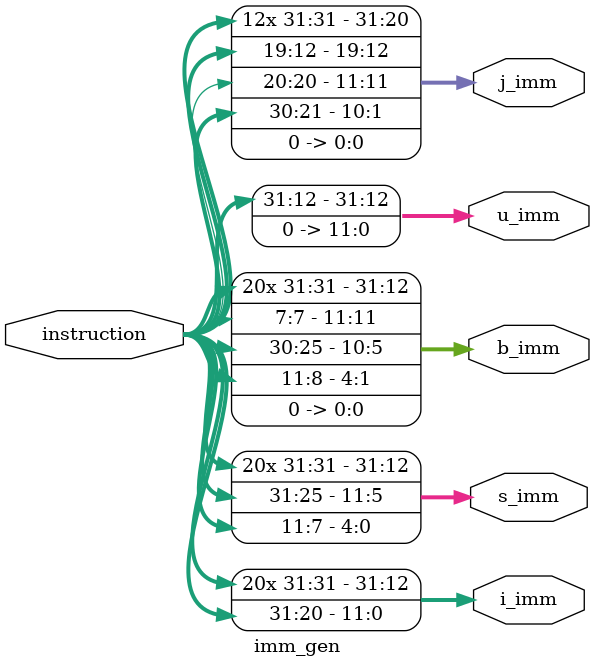
<source format=sv>
module imm_gen(
    input  wire [31:0] instruction,
    output wire [31:0] i_imm,
    output wire [31:0] s_imm,
    output wire [31:0] b_imm,
    output wire [31:0] u_imm,
    output wire [31:0] j_imm
);

    // I-Type Immediate: instruction[31:20] sign-extended
    // Example: addi, lw, jalr
    assign i_imm = {{20{instruction[31]}}, instruction[31:20]};

    // S-Type Immediate: {instruction[31:25], instruction[11:7]} sign-extended
    // Example: sw, sb
    assign s_imm = {{20{instruction[31]}}, instruction[31:25], instruction[11:7]};

    // B-Type Immediate: {instruction[31], instruction[7], instruction[30:25], instruction[11:8], 1'b0} sign-extended
    // Example: beq, bne
    assign b_imm = {{19{instruction[31]}}, instruction[31], instruction[7], instruction[30:25], instruction[11:8], 1'b0};

    // U-Type Immediate: {instruction[31:12], 12'b0}
    // Example: lui, auipc
    assign u_imm = {instruction[31:12], 12'b0};

    // J-Type Immediate: {instruction[31], instruction[19:12], instruction[20], instruction[30:21], 1'b0} sign-extended
    // Example: jal
    assign j_imm = {{11{instruction[31]}}, instruction[31], instruction[19:12], instruction[20], instruction[30:21], 1'b0};

endmodule

</source>
